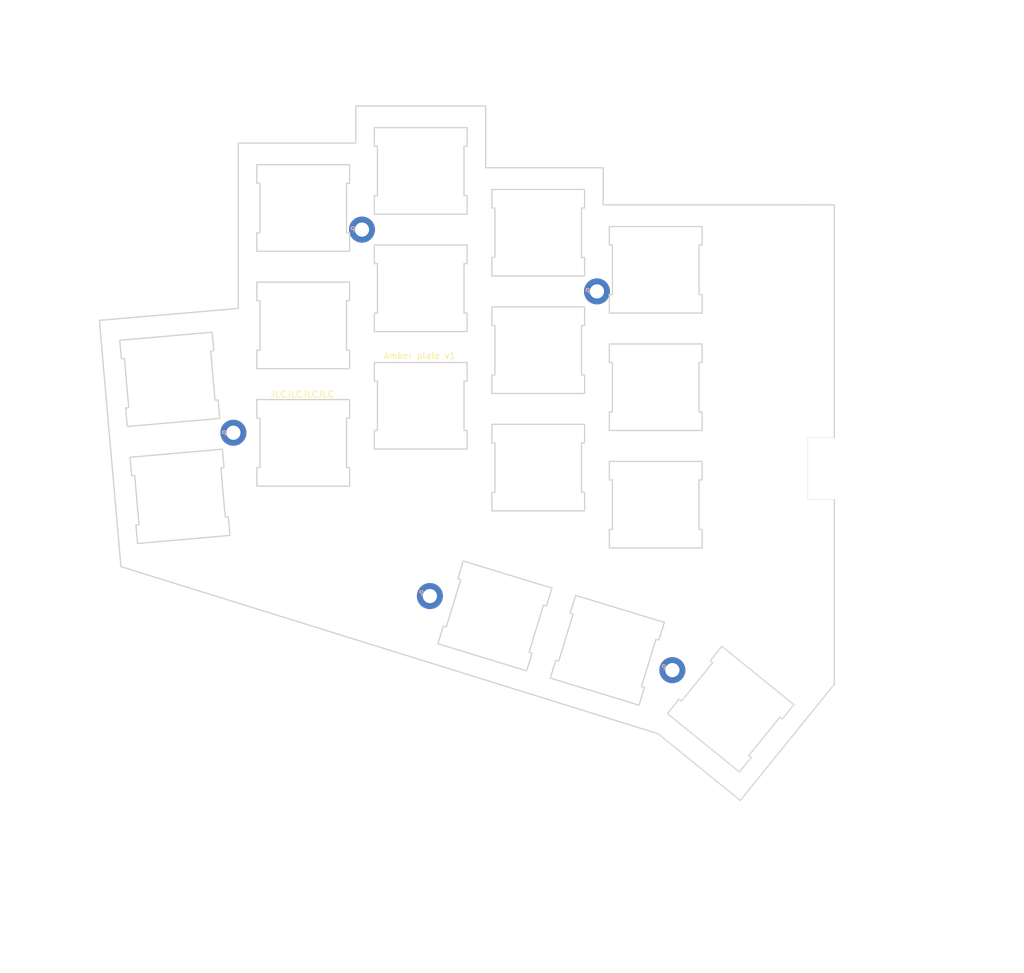
<source format=kicad_pcb>
(kicad_pcb (version 20171130) (host pcbnew "(5.1.8)-1")

  (general
    (thickness 1.6)
    (drawings 225)
    (tracks 0)
    (zones 0)
    (modules 7)
    (nets 2)
  )

  (page A3)
  (title_block
    (title KEYBOARD_NAME_HERE)
    (rev VERSION_HERE)
    (company YOUR_NAME_HERE)
  )

  (layers
    (0 F.Cu signal)
    (31 B.Cu signal)
    (32 B.Adhes user)
    (33 F.Adhes user)
    (34 B.Paste user)
    (35 F.Paste user)
    (36 B.SilkS user)
    (37 F.SilkS user)
    (38 B.Mask user)
    (39 F.Mask user)
    (40 Dwgs.User user)
    (41 Cmts.User user)
    (42 Eco1.User user)
    (43 Eco2.User user)
    (44 Edge.Cuts user)
    (45 Margin user)
    (46 B.CrtYd user)
    (47 F.CrtYd user)
    (48 B.Fab user)
    (49 F.Fab user)
  )

  (setup
    (last_trace_width 0.254)
    (user_trace_width 0.254)
    (user_trace_width 0.381)
    (trace_clearance 0.254)
    (zone_clearance 0.508)
    (zone_45_only no)
    (trace_min 0.2032)
    (via_size 0.8)
    (via_drill 0.4)
    (via_min_size 0.508)
    (via_min_drill 0.381)
    (uvia_size 0.3)
    (uvia_drill 0.1016)
    (uvias_allowed no)
    (uvia_min_size 0.2032)
    (uvia_min_drill 0.1016)
    (edge_width 0.05)
    (segment_width 0.2)
    (pcb_text_width 0.3)
    (pcb_text_size 1.5 1.5)
    (mod_edge_width 0.12)
    (mod_text_size 1 1)
    (mod_text_width 0.15)
    (pad_size 1.524 1.524)
    (pad_drill 0.8128)
    (pad_to_mask_clearance 0.05)
    (aux_axis_origin 0 0)
    (visible_elements 7FFFFFFF)
    (pcbplotparams
      (layerselection 0x010fc_ffffffff)
      (usegerberextensions false)
      (usegerberattributes true)
      (usegerberadvancedattributes true)
      (creategerberjobfile true)
      (excludeedgelayer true)
      (linewidth 0.100000)
      (plotframeref false)
      (viasonmask false)
      (mode 1)
      (useauxorigin false)
      (hpglpennumber 1)
      (hpglpenspeed 20)
      (hpglpendiameter 15.000000)
      (psnegative false)
      (psa4output false)
      (plotreference true)
      (plotvalue false)
      (plotinvisibletext false)
      (padsonsilk false)
      (subtractmaskfromsilk false)
      (outputformat 1)
      (mirror false)
      (drillshape 0)
      (scaleselection 1)
      (outputdirectory "gerber/"))
  )

  (net 0 "")
  (net 1 GND)

  (net_class Default "This is the default net class."
    (clearance 0.254)
    (trace_width 0.254)
    (via_dia 0.8)
    (via_drill 0.4)
    (uvia_dia 0.3)
    (uvia_drill 0.1016)
    (diff_pair_width 0.2032)
    (diff_pair_gap 0.25)
  )

  (module MountingHole:MountingHole_5.3mm_M5 (layer F.Cu) (tedit 56D1B4CB) (tstamp 60226A01)
    (at 88.5 -6)
    (descr "Mounting Hole 5.3mm, no annular, M5")
    (tags "mounting hole 5.3mm no annular m5")
    (path /6023A331)
    (attr virtual)
    (fp_text reference D18 (at 1.27 -2.96) (layer F.SilkS) hide
      (effects (font (size 1 1) (thickness 0.15)))
    )
    (fp_text value LED (at 1.27 2.96) (layer F.Fab)
      (effects (font (size 1 1) (thickness 0.15)))
    )
    (fp_circle (center 0 0) (end 5.55 0) (layer F.CrtYd) (width 0.05))
    (fp_circle (center 0 0) (end 5.3 0) (layer Cmts.User) (width 0.15))
    (fp_text user %R (at 0.3 0) (layer F.Fab)
      (effects (font (size 1 1) (thickness 0.15)))
    )
    (pad 1 np_thru_hole circle (at 0 0) (size 5.3 5.3) (drill 5.3) (layers *.Cu *.Mask))
  )

  (module MountingHole:MountingHole_5.3mm_M5 (layer F.Cu) (tedit 56D1B4CB) (tstamp 602269EF)
    (at 96.5 -6)
    (descr "Mounting Hole 5.3mm, no annular, M5")
    (tags "mounting hole 5.3mm no annular m5")
    (path /60247971)
    (attr virtual)
    (fp_text reference D19 (at 1.27 -2.96) (layer F.SilkS) hide
      (effects (font (size 1 1) (thickness 0.15)))
    )
    (fp_text value LED (at 1.27 2.96) (layer F.Fab)
      (effects (font (size 1 1) (thickness 0.15)))
    )
    (fp_circle (center 0 0) (end 5.55 0) (layer F.CrtYd) (width 0.05))
    (fp_circle (center 0 0) (end 5.3 0) (layer Cmts.User) (width 0.15))
    (fp_text user %R (at 0.3 0) (layer F.Fab)
      (effects (font (size 1 1) (thickness 0.15)))
    )
    (pad 1 np_thru_hole circle (at 0 0) (size 5.3 5.3) (drill 5.3) (layers *.Cu *.Mask))
  )

  (module kbd:M2_Hole_TH locked (layer F.Cu) (tedit 5F7666C1) (tstamp 0)
    (at 8.63587 -10.291829 5)
    (fp_text reference P3 (at 0 0) (layer F.SilkS) hide
      (effects (font (size 1.27 1.27) (thickness 0.15)))
    )
    (fp_text value "" (at 0 0) (layer F.SilkS) hide
      (effects (font (size 1.27 1.27) (thickness 0.15)))
    )
    (fp_text user P (at -1.5 0 5) (layer B.SilkS)
      (effects (font (size 0.8 0.8) (thickness 0.15)) (justify mirror))
    )
    (pad "" thru_hole circle (at 0 0 5) (size 4.2 4.2) (drill 2.3) (layers *.Cu *.Mask))
  )

  (module kbd:M2_Hole_TH locked (layer F.Cu) (tedit 5F7666C1) (tstamp 0)
    (at 67.432076 -33.151949)
    (fp_text reference P1 (at 0 0) (layer F.SilkS) hide
      (effects (font (size 1.27 1.27) (thickness 0.15)))
    )
    (fp_text value "" (at 0 0) (layer F.SilkS) hide
      (effects (font (size 1.27 1.27) (thickness 0.15)))
    )
    (fp_text user P (at -1.5 0) (layer B.SilkS)
      (effects (font (size 0.8 0.8) (thickness 0.15)) (justify mirror))
    )
    (pad "" thru_hole circle (at 0 0) (size 4.2 4.2) (drill 2.3) (layers *.Cu *.Mask))
  )

  (module kbd:M2_Hole_TH locked (layer F.Cu) (tedit 5F7666C1) (tstamp 0)
    (at 40.412724 16.131963 343)
    (fp_text reference P4 (at 0 0) (layer F.SilkS) hide
      (effects (font (size 1.27 1.27) (thickness 0.15)))
    )
    (fp_text value "" (at 0 0) (layer F.SilkS) hide
      (effects (font (size 1.27 1.27) (thickness 0.15)))
    )
    (fp_text user P (at -1.5 0 343) (layer B.SilkS)
      (effects (font (size 0.8 0.8) (thickness 0.15)) (justify mirror))
    )
    (pad "" thru_hole circle (at 0 0 343) (size 4.2 4.2) (drill 2.3) (layers *.Cu *.Mask))
  )

  (module kbd:M2_Hole_TH locked (layer F.Cu) (tedit 5F7666C1) (tstamp 0)
    (at 79.621219 28.119203 343)
    (fp_text reference P5 (at 0 0) (layer F.SilkS) hide
      (effects (font (size 1.27 1.27) (thickness 0.15)))
    )
    (fp_text value "" (at 0 0) (layer F.SilkS) hide
      (effects (font (size 1.27 1.27) (thickness 0.15)))
    )
    (fp_text user P (at -1.5 0 343) (layer B.SilkS)
      (effects (font (size 0.8 0.8) (thickness 0.15)) (justify mirror))
    )
    (pad "" thru_hole circle (at 0 0 343) (size 4.2 4.2) (drill 2.3) (layers *.Cu *.Mask))
  )

  (module kbd:M2_Hole_TH locked (layer F.Cu) (tedit 5F7666C1) (tstamp 0)
    (at 29.432076 -43.151949)
    (fp_text reference P2 (at 0 0) (layer F.SilkS) hide
      (effects (font (size 1.27 1.27) (thickness 0.15)))
    )
    (fp_text value "" (at 0 0) (layer F.SilkS) hide
      (effects (font (size 1.27 1.27) (thickness 0.15)))
    )
    (fp_text user P (at -1.5 0) (layer B.SilkS)
      (effects (font (size 0.8 0.8) (thickness 0.15)) (justify mirror))
    )
    (pad "" thru_hole circle (at 0 0) (size 4.2 4.2) (drill 2.3) (layers *.Cu *.Mask))
  )

  (gr_text "Amber plate v1" (at 38.75 -22.75) (layer F.SilkS)
    (effects (font (size 1 1) (thickness 0.15)))
  )
  (gr_text JLCJLCJLCJLC (at 19.75 -16.5) (layer F.SilkS)
    (effects (font (size 1 1) (thickness 0.15)))
  )
  (gr_line (start 105.81798 30.4) (end 105.81798 0.5) (layer Edge.Cuts) (width 0.2) (tstamp 6020B984))
  (gr_line (start 101.5 -9.5) (end 105.81798 -9.5) (layer Edge.Cuts) (width 0.05))
  (gr_line (start 101.5 0.5) (end 101.5 -9.5) (layer Edge.Cuts) (width 0.05))
  (gr_line (start 105.81798 0.5) (end 101.5 0.5) (layer Edge.Cuts) (width 0.05))
  (gr_line (start 86.127343 26.915419) (end 81.09278 33.132587) (layer Edge.Cuts) (width 0.2))
  (gr_line (start 91.972823 41.943072) (end 97.007386 35.725905) (layer Edge.Cuts) (width 0.2))
  (gr_line (start 63.577219 19.031293) (end 61.238246 26.681731) (layer Edge.Cuts) (width 0.2))
  (gr_line (start 74.626512 30.774934) (end 76.965486 23.124496) (layer Edge.Cuts) (width 0.2))
  (gr_line (start 45.407429 13.47623) (end 43.068455 21.126668) (layer Edge.Cuts) (width 0.2))
  (gr_line (start 56.456722 25.219872) (end 58.795696 17.569434) (layer Edge.Cuts) (width 0.2))
  (gr_line (start 69.932076 -40.651948) (end 69.932076 -32.651948) (layer Edge.Cuts) (width 0.2))
  (gr_line (start 83.932076 -32.651948) (end 83.932076 -40.651948) (layer Edge.Cuts) (width 0.2))
  (gr_line (start 69.932076 -21.651948) (end 69.932076 -13.651948) (layer Edge.Cuts) (width 0.2))
  (gr_line (start 83.932076 -13.651948) (end 83.932076 -21.651948) (layer Edge.Cuts) (width 0.2))
  (gr_line (start 69.932076 -2.651948) (end 69.932076 5.348051) (layer Edge.Cuts) (width 0.2))
  (gr_line (start 83.932076 5.348051) (end 83.932076 -2.651948) (layer Edge.Cuts) (width 0.2))
  (gr_line (start 50.932076 -46.651948) (end 50.932076 -38.651948) (layer Edge.Cuts) (width 0.2))
  (gr_line (start 64.932076 -38.651948) (end 64.932076 -46.651948) (layer Edge.Cuts) (width 0.2))
  (gr_line (start 50.932076 -27.651948) (end 50.932076 -19.651948) (layer Edge.Cuts) (width 0.2))
  (gr_line (start 64.932076 -19.651948) (end 64.932076 -27.651948) (layer Edge.Cuts) (width 0.2))
  (gr_line (start 50.932076 -8.651948) (end 50.932076 -0.651948) (layer Edge.Cuts) (width 0.2))
  (gr_line (start 64.932075 -0.651948) (end 64.932075 -8.651948) (layer Edge.Cuts) (width 0.2))
  (gr_line (start 31.932076 -56.651948) (end 31.932076 -48.651948) (layer Edge.Cuts) (width 0.2))
  (gr_line (start 45.932076 -48.651948) (end 45.932076 -56.651948) (layer Edge.Cuts) (width 0.2))
  (gr_line (start 31.932076 -37.651948) (end 31.932076 -29.651948) (layer Edge.Cuts) (width 0.2))
  (gr_line (start 45.932076 -29.651948) (end 45.932076 -37.651948) (layer Edge.Cuts) (width 0.2))
  (gr_line (start 31.932076 -18.651948) (end 31.932076 -10.651948) (layer Edge.Cuts) (width 0.2))
  (gr_line (start 45.932076 -10.651948) (end 45.932076 -18.651948) (layer Edge.Cuts) (width 0.2))
  (gr_line (start 12.932076 -50.651948) (end 12.932076 -42.651948) (layer Edge.Cuts) (width 0.2))
  (gr_line (start 26.932076 -42.651948) (end 26.932076 -50.651948) (layer Edge.Cuts) (width 0.2))
  (gr_line (start 12.932076 -31.651948) (end 12.932076 -23.651948) (layer Edge.Cuts) (width 0.2))
  (gr_line (start 26.932076 -23.651948) (end 26.932076 -31.651948) (layer Edge.Cuts) (width 0.2))
  (gr_line (start 12.932076 -12.651948) (end 12.932076 -4.651948) (layer Edge.Cuts) (width 0.2))
  (gr_line (start 26.932076 -4.651948) (end 26.932076 -12.651948) (layer Edge.Cuts) (width 0.2))
  (gr_line (start -8.977945 -22.302387) (end -8.280699 -14.33283) (layer Edge.Cuts) (width 0.2))
  (gr_line (start 5.666026 -15.55301) (end 4.96878 -23.522568) (layer Edge.Cuts) (width 0.2))
  (gr_line (start -7.321985 -3.374688) (end -6.624739 4.594869) (layer Edge.Cuts) (width 0.2))
  (gr_line (start 7.321985 3.374688) (end 6.624739 -4.594869) (layer Edge.Cuts) (width 0.2))
  (gr_line (start 86.127343 26.915419) (end 85.73877 26.600759) (layer Edge.Cuts) (width 0.2))
  (gr_line (start 97.395959 36.040565) (end 97.007386 35.725905) (layer Edge.Cuts) (width 0.2))
  (gr_line (start 91.972823 41.943072) (end 92.361396 42.257733) (layer Edge.Cuts) (width 0.2))
  (gr_line (start 80.704207 32.817927) (end 81.09278 33.132587) (layer Edge.Cuts) (width 0.2))
  (gr_line (start 63.577219 19.031293) (end 63.099067 18.885107) (layer Edge.Cuts) (width 0.2))
  (gr_line (start 77.443638 23.270682) (end 76.965486 23.124496) (layer Edge.Cuts) (width 0.2))
  (gr_line (start 74.626512 30.774934) (end 75.104665 30.92112) (layer Edge.Cuts) (width 0.2))
  (gr_line (start 60.760093 26.535545) (end 61.238246 26.681731) (layer Edge.Cuts) (width 0.2))
  (gr_line (start 45.407429 13.47623) (end 44.929277 13.330044) (layer Edge.Cuts) (width 0.2))
  (gr_line (start 59.273848 17.71562) (end 58.795696 17.569434) (layer Edge.Cuts) (width 0.2))
  (gr_line (start 56.456722 25.219872) (end 56.934874 25.366058) (layer Edge.Cuts) (width 0.2))
  (gr_line (start 42.590303 20.980482) (end 43.068455 21.126668) (layer Edge.Cuts) (width 0.2))
  (gr_line (start 69.932076 -40.651948) (end 69.432076 -40.651948) (layer Edge.Cuts) (width 0.2))
  (gr_line (start 84.432076 -40.651948) (end 83.932076 -40.651948) (layer Edge.Cuts) (width 0.2))
  (gr_line (start 83.932076 -32.651948) (end 84.432076 -32.651948) (layer Edge.Cuts) (width 0.2))
  (gr_line (start 69.432076 -32.651948) (end 69.932076 -32.651948) (layer Edge.Cuts) (width 0.2))
  (gr_line (start 69.932076 -21.651948) (end 69.432076 -21.651948) (layer Edge.Cuts) (width 0.2))
  (gr_line (start 84.432076 -21.651948) (end 83.932076 -21.651948) (layer Edge.Cuts) (width 0.2))
  (gr_line (start 83.932076 -13.651948) (end 84.432076 -13.651948) (layer Edge.Cuts) (width 0.2))
  (gr_line (start 69.432076 -13.651948) (end 69.932076 -13.651948) (layer Edge.Cuts) (width 0.2))
  (gr_line (start 69.932076 -2.651948) (end 69.432076 -2.651948) (layer Edge.Cuts) (width 0.2))
  (gr_line (start 84.432076 -2.651948) (end 83.932076 -2.651948) (layer Edge.Cuts) (width 0.2))
  (gr_line (start 83.932076 5.348051) (end 84.432076 5.348051) (layer Edge.Cuts) (width 0.2))
  (gr_line (start 69.432076 5.348051) (end 69.932076 5.348051) (layer Edge.Cuts) (width 0.2))
  (gr_line (start 50.932076 -46.651948) (end 50.432076 -46.651948) (layer Edge.Cuts) (width 0.2))
  (gr_line (start 65.432076 -46.651948) (end 64.932076 -46.651948) (layer Edge.Cuts) (width 0.2))
  (gr_line (start 64.932076 -38.651948) (end 65.432076 -38.651948) (layer Edge.Cuts) (width 0.2))
  (gr_line (start 50.432076 -38.651948) (end 50.932076 -38.651948) (layer Edge.Cuts) (width 0.2))
  (gr_line (start 50.932076 -27.651948) (end 50.432076 -27.651948) (layer Edge.Cuts) (width 0.2))
  (gr_line (start 65.432076 -27.651948) (end 64.932076 -27.651948) (layer Edge.Cuts) (width 0.2))
  (gr_line (start 64.932076 -19.651948) (end 65.432076 -19.651948) (layer Edge.Cuts) (width 0.2))
  (gr_line (start 50.432076 -19.651948) (end 50.932076 -19.651948) (layer Edge.Cuts) (width 0.2))
  (gr_line (start 50.932076 -8.651948) (end 50.432076 -8.651948) (layer Edge.Cuts) (width 0.2))
  (gr_line (start 65.432075 -8.651948) (end 64.932075 -8.651948) (layer Edge.Cuts) (width 0.2))
  (gr_line (start 64.932075 -0.651948) (end 65.432075 -0.651948) (layer Edge.Cuts) (width 0.2))
  (gr_line (start 50.432076 -0.651948) (end 50.932076 -0.651948) (layer Edge.Cuts) (width 0.2))
  (gr_line (start 31.932076 -56.651948) (end 31.432076 -56.651948) (layer Edge.Cuts) (width 0.2))
  (gr_line (start 46.432076 -56.651948) (end 45.932076 -56.651948) (layer Edge.Cuts) (width 0.2))
  (gr_line (start 45.932076 -48.651948) (end 46.432076 -48.651948) (layer Edge.Cuts) (width 0.2))
  (gr_line (start 31.432076 -48.651948) (end 31.932076 -48.651948) (layer Edge.Cuts) (width 0.2))
  (gr_line (start 31.932076 -37.651948) (end 31.432076 -37.651948) (layer Edge.Cuts) (width 0.2))
  (gr_line (start 46.432076 -37.651948) (end 45.932076 -37.651948) (layer Edge.Cuts) (width 0.2))
  (gr_line (start 45.932076 -29.651948) (end 46.432076 -29.651948) (layer Edge.Cuts) (width 0.2))
  (gr_line (start 31.432076 -29.651948) (end 31.932076 -29.651948) (layer Edge.Cuts) (width 0.2))
  (gr_line (start 31.932076 -18.651948) (end 31.432076 -18.651948) (layer Edge.Cuts) (width 0.2))
  (gr_line (start 46.432076 -18.651948) (end 45.932076 -18.651948) (layer Edge.Cuts) (width 0.2))
  (gr_line (start 45.932076 -10.651948) (end 46.432076 -10.651948) (layer Edge.Cuts) (width 0.2))
  (gr_line (start 31.432076 -10.651948) (end 31.932076 -10.651948) (layer Edge.Cuts) (width 0.2))
  (gr_line (start 12.932076 -50.651948) (end 12.432076 -50.651948) (layer Edge.Cuts) (width 0.2))
  (gr_line (start 27.432076 -50.651948) (end 26.932076 -50.651948) (layer Edge.Cuts) (width 0.2))
  (gr_line (start 26.932076 -42.651948) (end 27.432076 -42.651948) (layer Edge.Cuts) (width 0.2))
  (gr_line (start 12.432076 -42.651948) (end 12.932076 -42.651948) (layer Edge.Cuts) (width 0.2))
  (gr_line (start 12.932076 -31.651948) (end 12.432076 -31.651948) (layer Edge.Cuts) (width 0.2))
  (gr_line (start 27.432076 -31.651948) (end 26.932076 -31.651948) (layer Edge.Cuts) (width 0.2))
  (gr_line (start 26.932076 -23.651948) (end 27.432076 -23.651948) (layer Edge.Cuts) (width 0.2))
  (gr_line (start 12.432076 -23.651948) (end 12.932076 -23.651948) (layer Edge.Cuts) (width 0.2))
  (gr_line (start 12.932076 -12.651948) (end 12.432076 -12.651948) (layer Edge.Cuts) (width 0.2))
  (gr_line (start 27.432076 -12.651948) (end 26.932076 -12.651948) (layer Edge.Cuts) (width 0.2))
  (gr_line (start 26.932076 -4.651948) (end 27.432076 -4.651948) (layer Edge.Cuts) (width 0.2))
  (gr_line (start 12.432076 -4.651948) (end 12.932076 -4.651948) (layer Edge.Cuts) (width 0.2))
  (gr_line (start -8.977945 -22.302387) (end -9.476042 -22.25881) (layer Edge.Cuts) (width 0.2))
  (gr_line (start 5.466878 -23.566146) (end 4.96878 -23.522568) (layer Edge.Cuts) (width 0.2))
  (gr_line (start 5.666026 -15.55301) (end 6.164124 -15.596588) (layer Edge.Cuts) (width 0.2))
  (gr_line (start -8.778796 -14.289252) (end -8.280699 -14.33283) (layer Edge.Cuts) (width 0.2))
  (gr_line (start -7.321985 -3.374688) (end -7.820083 -3.33111) (layer Edge.Cuts) (width 0.2))
  (gr_line (start 7.122837 -4.638446) (end 6.624739 -4.594869) (layer Edge.Cuts) (width 0.2))
  (gr_line (start 7.321985 3.374688) (end 7.820083 3.33111) (layer Edge.Cuts) (width 0.2))
  (gr_line (start -7.122837 4.638446) (end -6.624739 4.594869) (layer Edge.Cuts) (width 0.2))
  (gr_line (start 80.704207 32.817927) (end 78.816245 35.149365) (layer Edge.Cuts) (width 0.2))
  (gr_line (start 87.626731 24.269321) (end 85.73877 26.600759) (layer Edge.Cuts) (width 0.2))
  (gr_line (start 87.626731 24.269321) (end 99.28392 33.709127) (layer Edge.Cuts) (width 0.2))
  (gr_line (start 97.395959 36.040565) (end 99.28392 33.709127) (layer Edge.Cuts) (width 0.2))
  (gr_line (start 90.473435 44.58917) (end 92.361396 42.257733) (layer Edge.Cuts) (width 0.2))
  (gr_line (start 78.816245 35.149365) (end 90.473435 44.58917) (layer Edge.Cuts) (width 0.2))
  (gr_line (start 60.760093 26.535545) (end 59.882978 29.404459) (layer Edge.Cuts) (width 0.2))
  (gr_line (start 63.976182 16.016192) (end 63.099067 18.885107) (layer Edge.Cuts) (width 0.2))
  (gr_line (start 63.976182 16.016192) (end 78.320754 20.401768) (layer Edge.Cuts) (width 0.2))
  (gr_line (start 77.443638 23.270682) (end 78.320754 20.401768) (layer Edge.Cuts) (width 0.2))
  (gr_line (start 74.22755 33.790035) (end 75.104665 30.92112) (layer Edge.Cuts) (width 0.2))
  (gr_line (start 59.882978 29.404459) (end 74.22755 33.790035) (layer Edge.Cuts) (width 0.2))
  (gr_line (start 42.590303 20.980482) (end 41.713188 23.849397) (layer Edge.Cuts) (width 0.2))
  (gr_line (start 45.806392 10.46113) (end 44.929277 13.330044) (layer Edge.Cuts) (width 0.2))
  (gr_line (start 45.806392 10.46113) (end 60.150963 14.846706) (layer Edge.Cuts) (width 0.2))
  (gr_line (start 59.273848 17.71562) (end 60.150963 14.846706) (layer Edge.Cuts) (width 0.2))
  (gr_line (start 56.057759 28.234972) (end 56.934874 25.366058) (layer Edge.Cuts) (width 0.2))
  (gr_line (start 41.713188 23.849397) (end 56.057759 28.234972) (layer Edge.Cuts) (width 0.2))
  (gr_line (start 69.432076 -32.651948) (end 69.432076 -29.651948) (layer Edge.Cuts) (width 0.2))
  (gr_line (start 69.432076 -43.651948) (end 69.432076 -40.651948) (layer Edge.Cuts) (width 0.2))
  (gr_line (start 69.432076 -43.651948) (end 84.432076 -43.651948) (layer Edge.Cuts) (width 0.2))
  (gr_line (start 84.432076 -40.651948) (end 84.432076 -43.651948) (layer Edge.Cuts) (width 0.2))
  (gr_line (start 84.432076 -29.651948) (end 84.432076 -32.651948) (layer Edge.Cuts) (width 0.2))
  (gr_line (start 69.432076 -29.651948) (end 84.432076 -29.651948) (layer Edge.Cuts) (width 0.2))
  (gr_line (start 69.432076 -13.651948) (end 69.432076 -10.651948) (layer Edge.Cuts) (width 0.2))
  (gr_line (start 69.432076 -24.651948) (end 69.432076 -21.651948) (layer Edge.Cuts) (width 0.2))
  (gr_line (start 69.432076 -24.651948) (end 84.432076 -24.651948) (layer Edge.Cuts) (width 0.2))
  (gr_line (start 84.432076 -21.651948) (end 84.432076 -24.651948) (layer Edge.Cuts) (width 0.2))
  (gr_line (start 84.432076 -10.651948) (end 84.432076 -13.651948) (layer Edge.Cuts) (width 0.2))
  (gr_line (start 69.432076 -10.651948) (end 84.432076 -10.651948) (layer Edge.Cuts) (width 0.2))
  (gr_line (start 69.432076 5.348051) (end 69.432076 8.348051) (layer Edge.Cuts) (width 0.2))
  (gr_line (start 69.432076 -5.651948) (end 69.432076 -2.651948) (layer Edge.Cuts) (width 0.2))
  (gr_line (start 69.432076 -5.651948) (end 84.432076 -5.651948) (layer Edge.Cuts) (width 0.2))
  (gr_line (start 84.432076 -2.651948) (end 84.432076 -5.651948) (layer Edge.Cuts) (width 0.2))
  (gr_line (start 84.432076 8.348051) (end 84.432076 5.348051) (layer Edge.Cuts) (width 0.2))
  (gr_line (start 69.432076 8.348051) (end 84.432076 8.348051) (layer Edge.Cuts) (width 0.2))
  (gr_line (start 50.432076 -38.651948) (end 50.432076 -35.651948) (layer Edge.Cuts) (width 0.2))
  (gr_line (start 50.432076 -49.651948) (end 50.432076 -46.651948) (layer Edge.Cuts) (width 0.2))
  (gr_line (start 50.432076 -49.651948) (end 65.432076 -49.651948) (layer Edge.Cuts) (width 0.2))
  (gr_line (start 65.432076 -46.651948) (end 65.432076 -49.651948) (layer Edge.Cuts) (width 0.2))
  (gr_line (start 65.432076 -35.651948) (end 65.432076 -38.651948) (layer Edge.Cuts) (width 0.2))
  (gr_line (start 50.432076 -35.651948) (end 65.432076 -35.651948) (layer Edge.Cuts) (width 0.2))
  (gr_line (start 50.432076 -19.651948) (end 50.432076 -16.651948) (layer Edge.Cuts) (width 0.2))
  (gr_line (start 50.432076 -30.651948) (end 50.432076 -27.651948) (layer Edge.Cuts) (width 0.2))
  (gr_line (start 50.432076 -30.651948) (end 65.432076 -30.651948) (layer Edge.Cuts) (width 0.2))
  (gr_line (start 65.432076 -27.651948) (end 65.432076 -30.651948) (layer Edge.Cuts) (width 0.2))
  (gr_line (start 65.432076 -16.651948) (end 65.432076 -19.651948) (layer Edge.Cuts) (width 0.2))
  (gr_line (start 50.432076 -16.651948) (end 65.432076 -16.651948) (layer Edge.Cuts) (width 0.2))
  (gr_line (start 50.432076 -0.651948) (end 50.432076 2.348051) (layer Edge.Cuts) (width 0.2))
  (gr_line (start 50.432076 -11.651948) (end 50.432076 -8.651948) (layer Edge.Cuts) (width 0.2))
  (gr_line (start 50.432076 -11.651948) (end 65.432075 -11.651948) (layer Edge.Cuts) (width 0.2))
  (gr_line (start 65.432075 -8.651948) (end 65.432075 -11.651948) (layer Edge.Cuts) (width 0.2))
  (gr_line (start 65.432075 2.348051) (end 65.432075 -0.651948) (layer Edge.Cuts) (width 0.2))
  (gr_line (start 50.432076 2.348051) (end 65.432075 2.348051) (layer Edge.Cuts) (width 0.2))
  (gr_line (start 31.432076 -48.651948) (end 31.432076 -45.651948) (layer Edge.Cuts) (width 0.2))
  (gr_line (start 31.432076 -59.651948) (end 31.432076 -56.651948) (layer Edge.Cuts) (width 0.2))
  (gr_line (start 31.432076 -59.651948) (end 46.432076 -59.651948) (layer Edge.Cuts) (width 0.2))
  (gr_line (start 46.432076 -56.651948) (end 46.432076 -59.651948) (layer Edge.Cuts) (width 0.2))
  (gr_line (start 46.432076 -45.651948) (end 46.432076 -48.651948) (layer Edge.Cuts) (width 0.2))
  (gr_line (start 31.432076 -45.651948) (end 46.432076 -45.651948) (layer Edge.Cuts) (width 0.2))
  (gr_line (start 31.432076 -29.651948) (end 31.432076 -26.651948) (layer Edge.Cuts) (width 0.2))
  (gr_line (start 31.432076 -40.651948) (end 31.432076 -37.651948) (layer Edge.Cuts) (width 0.2))
  (gr_line (start 31.432076 -40.651948) (end 46.432076 -40.651948) (layer Edge.Cuts) (width 0.2))
  (gr_line (start 46.432076 -37.651948) (end 46.432076 -40.651948) (layer Edge.Cuts) (width 0.2))
  (gr_line (start 46.432076 -26.651948) (end 46.432076 -29.651948) (layer Edge.Cuts) (width 0.2))
  (gr_line (start 31.432076 -26.651948) (end 46.432076 -26.651948) (layer Edge.Cuts) (width 0.2))
  (gr_line (start 31.432076 -10.651948) (end 31.432076 -7.651948) (layer Edge.Cuts) (width 0.2))
  (gr_line (start 31.432076 -21.651948) (end 31.432076 -18.651948) (layer Edge.Cuts) (width 0.2))
  (gr_line (start 31.432076 -21.651948) (end 46.432076 -21.651948) (layer Edge.Cuts) (width 0.2))
  (gr_line (start 46.432076 -18.651948) (end 46.432076 -21.651948) (layer Edge.Cuts) (width 0.2))
  (gr_line (start 46.432076 -7.651948) (end 46.432076 -10.651948) (layer Edge.Cuts) (width 0.2))
  (gr_line (start 31.432076 -7.651948) (end 46.432076 -7.651948) (layer Edge.Cuts) (width 0.2))
  (gr_line (start 12.432076 -42.651948) (end 12.432076 -39.651948) (layer Edge.Cuts) (width 0.2))
  (gr_line (start 12.432076 -53.651948) (end 12.432076 -50.651948) (layer Edge.Cuts) (width 0.2))
  (gr_line (start 12.432076 -53.651948) (end 27.432076 -53.651948) (layer Edge.Cuts) (width 0.2))
  (gr_line (start 27.432076 -50.651948) (end 27.432076 -53.651948) (layer Edge.Cuts) (width 0.2))
  (gr_line (start 27.432076 -39.651948) (end 27.432076 -42.651948) (layer Edge.Cuts) (width 0.2))
  (gr_line (start 12.432076 -39.651948) (end 27.432076 -39.651948) (layer Edge.Cuts) (width 0.2))
  (gr_line (start 12.432076 -23.651948) (end 12.432076 -20.651948) (layer Edge.Cuts) (width 0.2))
  (gr_line (start 12.432076 -34.651948) (end 12.432076 -31.651948) (layer Edge.Cuts) (width 0.2))
  (gr_line (start 12.432076 -34.651948) (end 27.432076 -34.651948) (layer Edge.Cuts) (width 0.2))
  (gr_line (start 27.432076 -31.651948) (end 27.432076 -34.651948) (layer Edge.Cuts) (width 0.2))
  (gr_line (start 27.432076 -20.651948) (end 27.432076 -23.651948) (layer Edge.Cuts) (width 0.2))
  (gr_line (start 12.432076 -20.651948) (end 27.432076 -20.651948) (layer Edge.Cuts) (width 0.2))
  (gr_line (start 12.432076 -4.651948) (end 12.432076 -1.651948) (layer Edge.Cuts) (width 0.2))
  (gr_line (start 12.432076 -15.651948) (end 12.432076 -12.651948) (layer Edge.Cuts) (width 0.2))
  (gr_line (start 12.432076 -15.651948) (end 27.432076 -15.651948) (layer Edge.Cuts) (width 0.2))
  (gr_line (start 27.432076 -12.651948) (end 27.432076 -15.651948) (layer Edge.Cuts) (width 0.2))
  (gr_line (start 27.432076 -1.651948) (end 27.432076 -4.651948) (layer Edge.Cuts) (width 0.2))
  (gr_line (start 12.432076 -1.651948) (end 27.432076 -1.651948) (layer Edge.Cuts) (width 0.2))
  (gr_line (start -8.778796 -14.289252) (end -8.517329 -11.300668) (layer Edge.Cuts) (width 0.2))
  (gr_line (start -9.737509 -25.247394) (end -9.476042 -22.25881) (layer Edge.Cuts) (width 0.2))
  (gr_line (start -9.737509 -25.247394) (end 5.20541 -26.55473) (layer Edge.Cuts) (width 0.2))
  (gr_line (start 5.466878 -23.566146) (end 5.20541 -26.55473) (layer Edge.Cuts) (width 0.2))
  (gr_line (start 6.425591 -12.608004) (end 6.164124 -15.596588) (layer Edge.Cuts) (width 0.2))
  (gr_line (start -8.517329 -11.300668) (end 6.425591 -12.608004) (layer Edge.Cuts) (width 0.2))
  (gr_line (start -7.122837 4.638446) (end -6.86137 7.627031) (layer Edge.Cuts) (width 0.2))
  (gr_line (start -8.08155 -6.319694) (end -7.820083 -3.33111) (layer Edge.Cuts) (width 0.2))
  (gr_line (start -8.08155 -6.319694) (end 6.86137 -7.627031) (layer Edge.Cuts) (width 0.2))
  (gr_line (start 7.122837 -4.638446) (end 6.86137 -7.627031) (layer Edge.Cuts) (width 0.2))
  (gr_line (start 8.08155 6.319694) (end 7.820083 3.33111) (layer Edge.Cuts) (width 0.2))
  (gr_line (start -6.86137 7.627031) (end 8.08155 6.319694) (layer Edge.Cuts) (width 0.2))
  (gr_line (start 105.81798 -47.151948) (end 100.7 -47.151948) (layer Edge.Cuts) (width 0.2) (tstamp 60210E56))
  (gr_line (start 105.81798 -9.5) (end 105.81798 -47.151948) (layer Edge.Cuts) (width 0.2))
  (gr_line (start 77.3 38.4) (end 90.602251 49.197142) (layer Edge.Cuts) (width 0.2))
  (gr_line (start 90.602251 49.197142) (end 105.81798 30.4) (layer Edge.Cuts) (width 0.2))
  (gr_line (start -9.544909 11.375179) (end 77.3 38.4) (layer Edge.Cuts) (width 0.2))
  (gr_line (start 68.432076 -47.151948) (end 100.7 -47.151948) (layer Edge.Cuts) (width 0.2))
  (gr_line (start 68.432076 -53.151948) (end 68.432076 -47.151948) (layer Edge.Cuts) (width 0.2))
  (gr_line (start 49.432076 -53.151948) (end 68.432076 -53.151948) (layer Edge.Cuts) (width 0.2))
  (gr_line (start 28.432076 -57.151948) (end 28.432076 -63.151948) (layer Edge.Cuts) (width 0.2))
  (gr_line (start 49.432076 -63.151948) (end 49.432076 -53.151948) (layer Edge.Cuts) (width 0.2))
  (gr_line (start 28.432076 -63.151948) (end 49.432076 -63.151948) (layer Edge.Cuts) (width 0.2))
  (gr_line (start 9.432076 -57.151948) (end 28.432076 -57.151948) (layer Edge.Cuts) (width 0.2))
  (gr_line (start 9.432076 -30.4) (end 9.432076 -57.151948) (layer Edge.Cuts) (width 0.2))
  (gr_line (start -13.031138 -28.472608) (end 9.432076 -30.4) (layer Edge.Cuts) (width 0.2))
  (gr_line (start -13.031138 -28.472608) (end -9.544909 11.375179) (layer Edge.Cuts) (width 0.2))

  (zone (net 1) (net_name GND) (layer F.Cu) (tstamp 60223D29) (hatch edge 0.508)
    (connect_pads (clearance 0.508))
    (min_thickness 0.254)
    (fill yes (arc_segments 32) (thermal_gap 0.508) (thermal_bridge_width 0.508))
    (polygon
      (pts
        (xy 127.6 -70.5) (xy 130.4 33.1) (xy 120.2 64.8) (xy -24 13.7) (xy -19.2 -77.9)
      )
    )
  )
  (zone (net 1) (net_name GND) (layer B.Cu) (tstamp 60223D26) (hatch edge 0.508)
    (connect_pads (clearance 0.508))
    (min_thickness 0.254)
    (fill yes (arc_segments 32) (thermal_gap 0.508) (thermal_bridge_width 0.508))
    (polygon
      (pts
        (xy 130.6 -72.1) (xy 136.5 19.3) (xy 105.4 77.1) (xy -29.1 13.4) (xy -25.3 -80.3)
      )
    )
  )
)

</source>
